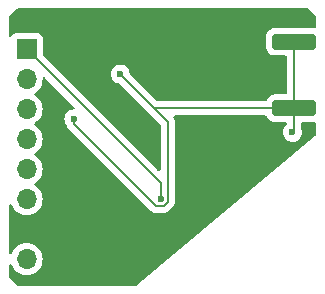
<source format=gbr>
%TF.GenerationSoftware,KiCad,Pcbnew,8.0.8*%
%TF.CreationDate,2025-04-03T17:01:25+02:00*%
%TF.ProjectId,nrf24small,6e726632-3473-46d6-916c-6c2e6b696361,rev?*%
%TF.SameCoordinates,Original*%
%TF.FileFunction,Copper,L2,Bot*%
%TF.FilePolarity,Positive*%
%FSLAX46Y46*%
G04 Gerber Fmt 4.6, Leading zero omitted, Abs format (unit mm)*
G04 Created by KiCad (PCBNEW 8.0.8) date 2025-04-03 17:01:25*
%MOMM*%
%LPD*%
G01*
G04 APERTURE LIST*
G04 Aperture macros list*
%AMRoundRect*
0 Rectangle with rounded corners*
0 $1 Rounding radius*
0 $2 $3 $4 $5 $6 $7 $8 $9 X,Y pos of 4 corners*
0 Add a 4 corners polygon primitive as box body*
4,1,4,$2,$3,$4,$5,$6,$7,$8,$9,$2,$3,0*
0 Add four circle primitives for the rounded corners*
1,1,$1+$1,$2,$3*
1,1,$1+$1,$4,$5*
1,1,$1+$1,$6,$7*
1,1,$1+$1,$8,$9*
0 Add four rect primitives between the rounded corners*
20,1,$1+$1,$2,$3,$4,$5,0*
20,1,$1+$1,$4,$5,$6,$7,0*
20,1,$1+$1,$6,$7,$8,$9,0*
20,1,$1+$1,$8,$9,$2,$3,0*%
G04 Aperture macros list end*
%TA.AperFunction,ComponentPad*%
%ADD10R,1.700000X1.700000*%
%TD*%
%TA.AperFunction,ComponentPad*%
%ADD11O,1.700000X1.700000*%
%TD*%
%TA.AperFunction,SMDPad,CuDef*%
%ADD12RoundRect,0.250000X1.600000X-0.425000X1.600000X0.425000X-1.600000X0.425000X-1.600000X-0.425000X0*%
%TD*%
%TA.AperFunction,ViaPad*%
%ADD13C,0.600000*%
%TD*%
%TA.AperFunction,Conductor*%
%ADD14C,0.200000*%
%TD*%
G04 APERTURE END LIST*
D10*
%TO.P,J2,1,Pin_1*%
%TO.N,Net-(J2-Pin_1)*%
X17000000Y-18460000D03*
D11*
%TO.P,J2,2,Pin_2*%
%TO.N,Net-(J2-Pin_2)*%
X17000000Y-21000000D03*
%TO.P,J2,3,Pin_3*%
%TO.N,Net-(J2-Pin_3)*%
X17000000Y-23540000D03*
%TO.P,J2,4,Pin_4*%
%TO.N,Net-(J2-Pin_4)*%
X17000000Y-26080000D03*
%TO.P,J2,5,Pin_5*%
%TO.N,Net-(J2-Pin_5)*%
X17000000Y-28620000D03*
%TO.P,J2,6,Pin_6*%
%TO.N,Net-(J2-Pin_6)*%
X17000000Y-31160000D03*
%TO.P,J2,7,Pin_7*%
%TO.N,+3.3V*%
X17000000Y-33700000D03*
%TO.P,J2,8,Pin_8*%
%TO.N,GND*%
X17000000Y-36240000D03*
%TD*%
D12*
%TO.P,J1,2,Ext*%
%TO.N,GND*%
X39635366Y-17823667D03*
X39635366Y-23473667D03*
%TD*%
D13*
%TO.N,+3.3V*%
X21996278Y-18118475D03*
X19328733Y-36005044D03*
X23914865Y-37200000D03*
X19842995Y-24398105D03*
X24376515Y-18085719D03*
X34000000Y-18000000D03*
%TO.N,GND*%
X24917978Y-20568629D03*
X21000000Y-24361538D03*
X39500000Y-25500000D03*
%TO.N,Net-(J2-Pin_1)*%
X28346311Y-31118475D03*
%TD*%
D14*
%TO.N,GND*%
X21000000Y-24361538D02*
X21000000Y-24801303D01*
X39635366Y-17823667D02*
X39635366Y-23473667D01*
X27823016Y-23473667D02*
X39635366Y-23473667D01*
X28594840Y-31718475D02*
X28946311Y-31367004D01*
X27917172Y-31718475D02*
X28594840Y-31718475D01*
X39635366Y-25364634D02*
X39500000Y-25500000D01*
X21000000Y-24801303D02*
X27917172Y-31718475D01*
X39635366Y-23473667D02*
X39635366Y-25364634D01*
X28946311Y-31367004D02*
X28946311Y-24596962D01*
X28946311Y-24596962D02*
X27823016Y-23473667D01*
X24917978Y-20568629D02*
X27823016Y-23473667D01*
%TO.N,Net-(J2-Pin_1)*%
X28346311Y-31118475D02*
X28346311Y-29806311D01*
X28346311Y-29806311D02*
X17000000Y-18460000D01*
%TD*%
%TA.AperFunction,Conductor*%
%TO.N,+3.3V*%
G36*
X18549473Y-20860911D02*
G01*
X18564431Y-20873666D01*
X21039680Y-23348915D01*
X21073165Y-23410238D01*
X21068181Y-23479930D01*
X21026309Y-23535863D01*
X20965883Y-23559816D01*
X20820749Y-23576168D01*
X20820745Y-23576169D01*
X20650476Y-23635749D01*
X20497737Y-23731722D01*
X20370184Y-23859275D01*
X20274211Y-24012014D01*
X20214631Y-24182283D01*
X20214630Y-24182288D01*
X20194435Y-24361534D01*
X20194435Y-24361541D01*
X20214630Y-24540787D01*
X20214631Y-24540792D01*
X20274211Y-24711061D01*
X20370184Y-24863800D01*
X20380672Y-24874288D01*
X20412765Y-24929874D01*
X20440420Y-25033079D01*
X20440424Y-25033090D01*
X20445284Y-25041507D01*
X20445285Y-25041509D01*
X20519477Y-25170015D01*
X20519481Y-25170020D01*
X20638349Y-25288888D01*
X20638355Y-25288893D01*
X27432311Y-32082849D01*
X27432321Y-32082860D01*
X27436651Y-32087190D01*
X27436652Y-32087191D01*
X27548456Y-32198995D01*
X27548458Y-32198996D01*
X27548462Y-32198999D01*
X27685381Y-32278048D01*
X27685388Y-32278052D01*
X27797191Y-32308009D01*
X27838114Y-32318975D01*
X27838115Y-32318975D01*
X28508171Y-32318975D01*
X28508187Y-32318976D01*
X28515783Y-32318976D01*
X28673894Y-32318976D01*
X28673897Y-32318976D01*
X28826625Y-32278052D01*
X28876744Y-32249114D01*
X28963556Y-32198995D01*
X29075360Y-32087191D01*
X29075360Y-32087189D01*
X29085568Y-32076982D01*
X29085570Y-32076979D01*
X29315024Y-31847525D01*
X29315027Y-31847524D01*
X29426831Y-31735720D01*
X29476950Y-31648908D01*
X29505888Y-31598789D01*
X29546811Y-31446061D01*
X29546811Y-31287947D01*
X29546811Y-24686021D01*
X29546812Y-24686008D01*
X29546812Y-24517907D01*
X29546812Y-24517905D01*
X29505888Y-24365177D01*
X29458143Y-24282481D01*
X29458141Y-24282477D01*
X29445259Y-24260163D01*
X29428789Y-24192263D01*
X29451643Y-24126237D01*
X29506566Y-24083048D01*
X29552648Y-24074167D01*
X37213349Y-24074167D01*
X37280388Y-24093852D01*
X37326143Y-24146656D01*
X37331052Y-24159156D01*
X37350552Y-24218001D01*
X37442654Y-24367323D01*
X37566710Y-24491379D01*
X37716032Y-24583481D01*
X37882569Y-24638666D01*
X37985357Y-24649167D01*
X38910866Y-24649166D01*
X38977905Y-24668850D01*
X39023660Y-24721654D01*
X39034866Y-24773166D01*
X39034866Y-24781693D01*
X39015181Y-24848732D01*
X38998548Y-24869374D01*
X38870183Y-24997739D01*
X38774211Y-25150476D01*
X38714631Y-25320745D01*
X38714630Y-25320750D01*
X38694435Y-25499996D01*
X38694435Y-25500003D01*
X38714630Y-25679249D01*
X38714631Y-25679254D01*
X38774211Y-25849523D01*
X38841285Y-25956270D01*
X38870184Y-26002262D01*
X38997738Y-26129816D01*
X39150478Y-26225789D01*
X39274597Y-26269220D01*
X39320745Y-26285368D01*
X39320750Y-26285369D01*
X39499996Y-26305565D01*
X39500000Y-26305565D01*
X39500004Y-26305565D01*
X39679249Y-26285369D01*
X39679252Y-26285368D01*
X39679255Y-26285368D01*
X39849522Y-26225789D01*
X40002262Y-26129816D01*
X40129816Y-26002262D01*
X40225789Y-25849522D01*
X40285368Y-25679255D01*
X40289275Y-25644583D01*
X40305565Y-25500003D01*
X40305565Y-25499996D01*
X40285369Y-25320750D01*
X40285368Y-25320745D01*
X40271749Y-25281823D01*
X40242823Y-25199160D01*
X40235866Y-25158206D01*
X40235866Y-24773166D01*
X40255551Y-24706127D01*
X40308355Y-24660372D01*
X40359866Y-24649166D01*
X41285368Y-24649166D01*
X41285374Y-24649166D01*
X41362900Y-24641246D01*
X41431590Y-24654015D01*
X41482475Y-24701896D01*
X41499500Y-24764604D01*
X41499500Y-25708702D01*
X41479815Y-25775741D01*
X41455184Y-25803710D01*
X26352465Y-38470508D01*
X26288450Y-38498506D01*
X26272781Y-38499500D01*
X16258676Y-38499500D01*
X16191637Y-38479815D01*
X16170995Y-38463181D01*
X15536819Y-37829005D01*
X15503334Y-37767682D01*
X15500500Y-37741324D01*
X15500500Y-36779196D01*
X15520185Y-36712157D01*
X15572989Y-36666402D01*
X15642147Y-36656458D01*
X15705703Y-36685483D01*
X15736882Y-36726791D01*
X15825965Y-36917830D01*
X15825967Y-36917834D01*
X15934281Y-37072521D01*
X15961505Y-37111401D01*
X16128599Y-37278495D01*
X16225384Y-37346265D01*
X16322165Y-37414032D01*
X16322167Y-37414033D01*
X16322170Y-37414035D01*
X16536337Y-37513903D01*
X16764592Y-37575063D01*
X16952918Y-37591539D01*
X16999999Y-37595659D01*
X17000000Y-37595659D01*
X17000001Y-37595659D01*
X17039234Y-37592226D01*
X17235408Y-37575063D01*
X17463663Y-37513903D01*
X17677830Y-37414035D01*
X17871401Y-37278495D01*
X18038495Y-37111401D01*
X18174035Y-36917830D01*
X18273903Y-36703663D01*
X18335063Y-36475408D01*
X18355659Y-36240000D01*
X18335063Y-36004592D01*
X18286888Y-35824799D01*
X18273905Y-35776344D01*
X18273904Y-35776343D01*
X18273903Y-35776337D01*
X18174035Y-35562171D01*
X18038495Y-35368599D01*
X18038494Y-35368597D01*
X17871402Y-35201506D01*
X17871395Y-35201501D01*
X17677834Y-35065967D01*
X17677830Y-35065965D01*
X17677828Y-35065964D01*
X17463663Y-34966097D01*
X17463659Y-34966096D01*
X17463655Y-34966094D01*
X17235413Y-34904938D01*
X17235403Y-34904936D01*
X17000001Y-34884341D01*
X16999999Y-34884341D01*
X16764596Y-34904936D01*
X16764586Y-34904938D01*
X16536344Y-34966094D01*
X16536335Y-34966098D01*
X16322171Y-35065964D01*
X16322169Y-35065965D01*
X16128597Y-35201505D01*
X15961505Y-35368597D01*
X15825965Y-35562169D01*
X15825964Y-35562171D01*
X15736882Y-35753208D01*
X15690709Y-35805647D01*
X15623516Y-35824799D01*
X15556635Y-35804583D01*
X15511300Y-35751418D01*
X15500500Y-35700803D01*
X15500500Y-31699196D01*
X15520185Y-31632157D01*
X15572989Y-31586402D01*
X15642147Y-31576458D01*
X15705703Y-31605483D01*
X15736882Y-31646791D01*
X15825965Y-31837830D01*
X15825967Y-31837834D01*
X15839903Y-31857736D01*
X15961505Y-32031401D01*
X16128599Y-32198495D01*
X16200895Y-32249117D01*
X16322165Y-32334032D01*
X16322167Y-32334033D01*
X16322170Y-32334035D01*
X16536337Y-32433903D01*
X16764592Y-32495063D01*
X16952918Y-32511539D01*
X16999999Y-32515659D01*
X17000000Y-32515659D01*
X17000001Y-32515659D01*
X17039234Y-32512226D01*
X17235408Y-32495063D01*
X17463663Y-32433903D01*
X17677830Y-32334035D01*
X17871401Y-32198495D01*
X18038495Y-32031401D01*
X18174035Y-31837830D01*
X18273903Y-31623663D01*
X18335063Y-31395408D01*
X18355659Y-31160000D01*
X18335063Y-30924592D01*
X18286888Y-30744799D01*
X18273905Y-30696344D01*
X18273904Y-30696343D01*
X18273903Y-30696337D01*
X18174035Y-30482171D01*
X18162402Y-30465556D01*
X18038494Y-30288597D01*
X17871402Y-30121506D01*
X17871396Y-30121501D01*
X17685842Y-29991575D01*
X17642217Y-29936998D01*
X17635023Y-29867500D01*
X17666546Y-29805145D01*
X17685842Y-29788425D01*
X17708026Y-29772891D01*
X17871401Y-29658495D01*
X18038495Y-29491401D01*
X18174035Y-29297830D01*
X18273903Y-29083663D01*
X18335063Y-28855408D01*
X18355659Y-28620000D01*
X18335063Y-28384592D01*
X18286888Y-28204799D01*
X18273905Y-28156344D01*
X18273904Y-28156343D01*
X18273903Y-28156337D01*
X18174035Y-27942171D01*
X18038495Y-27748599D01*
X18038494Y-27748597D01*
X17871402Y-27581506D01*
X17871396Y-27581501D01*
X17685842Y-27451575D01*
X17642217Y-27396998D01*
X17635023Y-27327500D01*
X17666546Y-27265145D01*
X17685842Y-27248425D01*
X17708026Y-27232891D01*
X17871401Y-27118495D01*
X18038495Y-26951401D01*
X18174035Y-26757830D01*
X18273903Y-26543663D01*
X18335063Y-26315408D01*
X18355659Y-26080000D01*
X18335063Y-25844592D01*
X18286888Y-25664799D01*
X18273905Y-25616344D01*
X18273904Y-25616343D01*
X18273903Y-25616337D01*
X18174035Y-25402171D01*
X18117021Y-25320745D01*
X18038494Y-25208597D01*
X17871402Y-25041506D01*
X17871396Y-25041501D01*
X17685842Y-24911575D01*
X17642217Y-24856998D01*
X17635023Y-24787500D01*
X17666546Y-24725145D01*
X17685842Y-24708425D01*
X17742361Y-24668850D01*
X17871401Y-24578495D01*
X18038495Y-24411401D01*
X18174035Y-24217830D01*
X18273903Y-24003663D01*
X18335063Y-23775408D01*
X18355659Y-23540000D01*
X18335063Y-23304592D01*
X18286888Y-23124799D01*
X18273905Y-23076344D01*
X18273904Y-23076343D01*
X18273903Y-23076337D01*
X18174035Y-22862171D01*
X18162444Y-22845616D01*
X18038494Y-22668597D01*
X17871402Y-22501506D01*
X17871396Y-22501501D01*
X17685842Y-22371575D01*
X17642217Y-22316998D01*
X17635023Y-22247500D01*
X17666546Y-22185145D01*
X17685842Y-22168425D01*
X17708026Y-22152891D01*
X17871401Y-22038495D01*
X18038495Y-21871401D01*
X18174035Y-21677830D01*
X18273903Y-21463663D01*
X18335063Y-21235408D01*
X18355659Y-21000000D01*
X18353222Y-20972154D01*
X18366987Y-20903657D01*
X18415601Y-20853473D01*
X18483629Y-20837538D01*
X18549473Y-20860911D01*
G37*
%TD.AperFunction*%
%TA.AperFunction,Conductor*%
G36*
X40808363Y-15020185D02*
G01*
X40829005Y-15036819D01*
X41463181Y-15670995D01*
X41496666Y-15732318D01*
X41499500Y-15758676D01*
X41499500Y-16532728D01*
X41479815Y-16599767D01*
X41427011Y-16645522D01*
X41362899Y-16656086D01*
X41285378Y-16648167D01*
X37985364Y-16648167D01*
X37985347Y-16648168D01*
X37882569Y-16658667D01*
X37882566Y-16658668D01*
X37716034Y-16713852D01*
X37716029Y-16713854D01*
X37566708Y-16805956D01*
X37442655Y-16930009D01*
X37350553Y-17079330D01*
X37350551Y-17079335D01*
X37340555Y-17109501D01*
X37295367Y-17245870D01*
X37295367Y-17245871D01*
X37295366Y-17245871D01*
X37284866Y-17348650D01*
X37284866Y-18298668D01*
X37284867Y-18298686D01*
X37295366Y-18401463D01*
X37295367Y-18401466D01*
X37350551Y-18567998D01*
X37350552Y-18568001D01*
X37442654Y-18717323D01*
X37566710Y-18841379D01*
X37716032Y-18933481D01*
X37882569Y-18988666D01*
X37985357Y-18999167D01*
X38910866Y-18999166D01*
X38977905Y-19018850D01*
X39023660Y-19071654D01*
X39034866Y-19123166D01*
X39034866Y-22174167D01*
X39015181Y-22241206D01*
X38962377Y-22286961D01*
X38910866Y-22298167D01*
X37985364Y-22298167D01*
X37985346Y-22298168D01*
X37882569Y-22308667D01*
X37882566Y-22308668D01*
X37716034Y-22363852D01*
X37716029Y-22363854D01*
X37566708Y-22455956D01*
X37442655Y-22580009D01*
X37350553Y-22729330D01*
X37350552Y-22729333D01*
X37331055Y-22788172D01*
X37291282Y-22845616D01*
X37226766Y-22872439D01*
X37213349Y-22873167D01*
X28123113Y-22873167D01*
X28056074Y-22853482D01*
X28035432Y-22836848D01*
X25748678Y-20550094D01*
X25715193Y-20488771D01*
X25713141Y-20476315D01*
X25703346Y-20389374D01*
X25643767Y-20219107D01*
X25547794Y-20066367D01*
X25420240Y-19938813D01*
X25374615Y-19910145D01*
X25267501Y-19842840D01*
X25097232Y-19783260D01*
X25097227Y-19783259D01*
X24917982Y-19763064D01*
X24917974Y-19763064D01*
X24738728Y-19783259D01*
X24738723Y-19783260D01*
X24568454Y-19842840D01*
X24415715Y-19938813D01*
X24288162Y-20066366D01*
X24192189Y-20219105D01*
X24132609Y-20389374D01*
X24132608Y-20389379D01*
X24112413Y-20568625D01*
X24112413Y-20568632D01*
X24132608Y-20747878D01*
X24132609Y-20747883D01*
X24192189Y-20918152D01*
X24243618Y-21000000D01*
X24288162Y-21070891D01*
X24415716Y-21198445D01*
X24568456Y-21294418D01*
X24738723Y-21353997D01*
X24825647Y-21363790D01*
X24890058Y-21390855D01*
X24899443Y-21399329D01*
X27338155Y-23838041D01*
X27338165Y-23838052D01*
X27342495Y-23842382D01*
X27342496Y-23842383D01*
X27454300Y-23954187D01*
X27454301Y-23954187D01*
X27461368Y-23961254D01*
X27461367Y-23961254D01*
X27461371Y-23961257D01*
X28309492Y-24809378D01*
X28342977Y-24870701D01*
X28345811Y-24897059D01*
X28345811Y-28657214D01*
X28326126Y-28724253D01*
X28273322Y-28770008D01*
X28204164Y-28779952D01*
X28140608Y-28750927D01*
X28134130Y-28744895D01*
X18386818Y-18997583D01*
X18353333Y-18936260D01*
X18350499Y-18909902D01*
X18350499Y-17562129D01*
X18350498Y-17562123D01*
X18344091Y-17502516D01*
X18293797Y-17367671D01*
X18293793Y-17367664D01*
X18207547Y-17252455D01*
X18207544Y-17252452D01*
X18092335Y-17166206D01*
X18092328Y-17166202D01*
X17957482Y-17115908D01*
X17957483Y-17115908D01*
X17897883Y-17109501D01*
X17897881Y-17109500D01*
X17897873Y-17109500D01*
X17897864Y-17109500D01*
X16102129Y-17109500D01*
X16102123Y-17109501D01*
X16042516Y-17115908D01*
X15907671Y-17166202D01*
X15907664Y-17166206D01*
X15792455Y-17252452D01*
X15792452Y-17252455D01*
X15723766Y-17344208D01*
X15667832Y-17386079D01*
X15598141Y-17391063D01*
X15536818Y-17357577D01*
X15503334Y-17296254D01*
X15500500Y-17269897D01*
X15500500Y-15758676D01*
X15520185Y-15691637D01*
X15536819Y-15670995D01*
X16170995Y-15036819D01*
X16232318Y-15003334D01*
X16258676Y-15000500D01*
X40741324Y-15000500D01*
X40808363Y-15020185D01*
G37*
%TD.AperFunction*%
%TD*%
M02*

</source>
